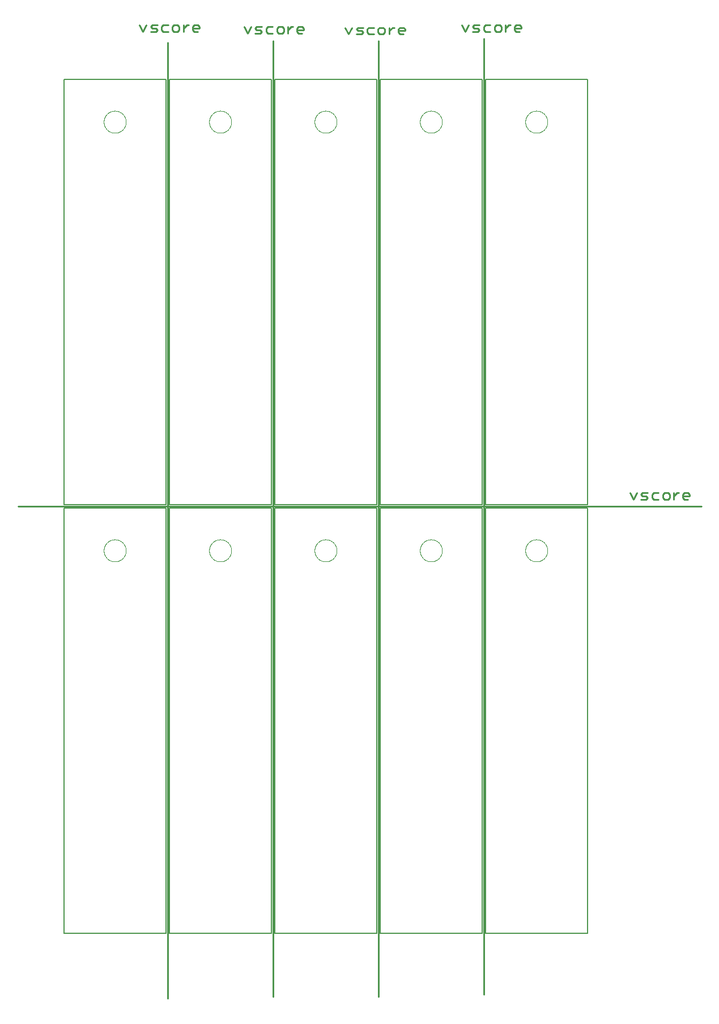
<source format=gko>
G75*
%MOIN*%
%OFA0B0*%
%FSLAX25Y25*%
%IPPOS*%
%LPD*%
%AMOC8*
5,1,8,0,0,1.08239X$1,22.5*
%
%ADD10C,0.00800*%
%ADD11C,0.01000*%
%ADD12C,0.01100*%
%ADD13C,0.00000*%
D10*
X0028500Y0040000D02*
X0028500Y0290000D01*
X0088500Y0289961D01*
X0088500Y0040000D01*
X0028500Y0040000D01*
X0090500Y0040000D02*
X0090500Y0290000D01*
X0150500Y0289961D01*
X0150500Y0040000D01*
X0090500Y0040000D01*
X0152500Y0040000D02*
X0152500Y0290000D01*
X0212500Y0289961D01*
X0212500Y0040000D01*
X0152500Y0040000D01*
X0214500Y0040000D02*
X0214500Y0290000D01*
X0274500Y0289961D01*
X0274500Y0040000D01*
X0214500Y0040000D01*
X0276500Y0040000D02*
X0276500Y0290000D01*
X0336500Y0289961D01*
X0336500Y0040000D01*
X0276500Y0040000D01*
X0276500Y0292000D02*
X0276500Y0542000D01*
X0336500Y0541961D01*
X0336500Y0292000D01*
X0276500Y0292000D01*
X0274500Y0292000D02*
X0274500Y0541961D01*
X0214500Y0542000D01*
X0214500Y0292000D01*
X0274500Y0292000D01*
X0212500Y0292000D02*
X0212500Y0541961D01*
X0152500Y0542000D01*
X0152500Y0292000D01*
X0212500Y0292000D01*
X0150500Y0292000D02*
X0150500Y0541961D01*
X0090500Y0542000D01*
X0090500Y0292000D01*
X0150500Y0292000D01*
X0088500Y0292000D02*
X0088500Y0541961D01*
X0028500Y0542000D01*
X0028500Y0292000D01*
X0088500Y0292000D01*
D11*
X0001500Y0291000D02*
X0403500Y0291000D01*
X0275500Y0566000D02*
X0275500Y0004000D01*
X0213500Y0002500D02*
X0213500Y0564500D01*
X0151500Y0564500D02*
X0151500Y0002500D01*
X0089500Y0001500D02*
X0089500Y0563500D01*
D12*
X0089878Y0570050D02*
X0086925Y0570050D01*
X0085941Y0571034D01*
X0085941Y0573003D01*
X0086925Y0573987D01*
X0089878Y0573987D01*
X0092386Y0573003D02*
X0092386Y0571034D01*
X0093371Y0570050D01*
X0095339Y0570050D01*
X0096323Y0571034D01*
X0096323Y0573003D01*
X0095339Y0573987D01*
X0093371Y0573987D01*
X0092386Y0573003D01*
X0098832Y0573987D02*
X0098832Y0570050D01*
X0098832Y0572018D02*
X0100800Y0573987D01*
X0101785Y0573987D01*
X0104203Y0573003D02*
X0105187Y0573987D01*
X0107156Y0573987D01*
X0108140Y0573003D01*
X0108140Y0572018D01*
X0104203Y0572018D01*
X0104203Y0571034D02*
X0104203Y0573003D01*
X0104203Y0571034D02*
X0105187Y0570050D01*
X0107156Y0570050D01*
X0083432Y0571034D02*
X0082448Y0570050D01*
X0079495Y0570050D01*
X0080480Y0572018D02*
X0079495Y0573003D01*
X0080480Y0573987D01*
X0083432Y0573987D01*
X0082448Y0572018D02*
X0080480Y0572018D01*
X0082448Y0572018D02*
X0083432Y0571034D01*
X0076987Y0573987D02*
X0075018Y0570050D01*
X0073050Y0573987D01*
X0134550Y0572987D02*
X0136518Y0569050D01*
X0138487Y0572987D01*
X0140995Y0572003D02*
X0141980Y0572987D01*
X0144932Y0572987D01*
X0143948Y0571018D02*
X0141980Y0571018D01*
X0140995Y0572003D01*
X0140995Y0569050D02*
X0143948Y0569050D01*
X0144932Y0570034D01*
X0143948Y0571018D01*
X0147441Y0570034D02*
X0148425Y0569050D01*
X0151378Y0569050D01*
X0153886Y0570034D02*
X0154871Y0569050D01*
X0156839Y0569050D01*
X0157823Y0570034D01*
X0157823Y0572003D01*
X0156839Y0572987D01*
X0154871Y0572987D01*
X0153886Y0572003D01*
X0153886Y0570034D01*
X0151378Y0572987D02*
X0148425Y0572987D01*
X0147441Y0572003D01*
X0147441Y0570034D01*
X0160332Y0569050D02*
X0160332Y0572987D01*
X0162300Y0572987D02*
X0160332Y0571018D01*
X0162300Y0572987D02*
X0163285Y0572987D01*
X0165703Y0572003D02*
X0166687Y0572987D01*
X0168656Y0572987D01*
X0169640Y0572003D01*
X0169640Y0571018D01*
X0165703Y0571018D01*
X0165703Y0570034D02*
X0165703Y0572003D01*
X0165703Y0570034D02*
X0166687Y0569050D01*
X0168656Y0569050D01*
X0194050Y0572487D02*
X0196018Y0568550D01*
X0197987Y0572487D01*
X0200495Y0571503D02*
X0201480Y0572487D01*
X0204432Y0572487D01*
X0203448Y0570518D02*
X0201480Y0570518D01*
X0200495Y0571503D01*
X0200495Y0568550D02*
X0203448Y0568550D01*
X0204432Y0569534D01*
X0203448Y0570518D01*
X0206941Y0569534D02*
X0207925Y0568550D01*
X0210878Y0568550D01*
X0213386Y0569534D02*
X0214371Y0568550D01*
X0216339Y0568550D01*
X0217323Y0569534D01*
X0217323Y0571503D01*
X0216339Y0572487D01*
X0214371Y0572487D01*
X0213386Y0571503D01*
X0213386Y0569534D01*
X0210878Y0572487D02*
X0207925Y0572487D01*
X0206941Y0571503D01*
X0206941Y0569534D01*
X0219832Y0568550D02*
X0219832Y0572487D01*
X0221800Y0572487D02*
X0222785Y0572487D01*
X0221800Y0572487D02*
X0219832Y0570518D01*
X0225203Y0570518D02*
X0229140Y0570518D01*
X0229140Y0571503D01*
X0228156Y0572487D01*
X0226187Y0572487D01*
X0225203Y0571503D01*
X0225203Y0569534D01*
X0226187Y0568550D01*
X0228156Y0568550D01*
X0262550Y0573987D02*
X0264518Y0570050D01*
X0266487Y0573987D01*
X0268995Y0573003D02*
X0269980Y0573987D01*
X0272932Y0573987D01*
X0271948Y0572018D02*
X0269980Y0572018D01*
X0268995Y0573003D01*
X0268995Y0570050D02*
X0271948Y0570050D01*
X0272932Y0571034D01*
X0271948Y0572018D01*
X0275441Y0571034D02*
X0276425Y0570050D01*
X0279378Y0570050D01*
X0281886Y0571034D02*
X0282871Y0570050D01*
X0284839Y0570050D01*
X0285823Y0571034D01*
X0285823Y0573003D01*
X0284839Y0573987D01*
X0282871Y0573987D01*
X0281886Y0573003D01*
X0281886Y0571034D01*
X0279378Y0573987D02*
X0276425Y0573987D01*
X0275441Y0573003D01*
X0275441Y0571034D01*
X0288332Y0570050D02*
X0288332Y0573987D01*
X0290300Y0573987D02*
X0291285Y0573987D01*
X0290300Y0573987D02*
X0288332Y0572018D01*
X0293703Y0572018D02*
X0297640Y0572018D01*
X0297640Y0573003D01*
X0296656Y0573987D01*
X0294687Y0573987D01*
X0293703Y0573003D01*
X0293703Y0571034D01*
X0294687Y0570050D01*
X0296656Y0570050D01*
X0361550Y0298987D02*
X0363518Y0295050D01*
X0365487Y0298987D01*
X0367995Y0298003D02*
X0368980Y0298987D01*
X0371932Y0298987D01*
X0370948Y0297018D02*
X0368980Y0297018D01*
X0367995Y0298003D01*
X0367995Y0295050D02*
X0370948Y0295050D01*
X0371932Y0296034D01*
X0370948Y0297018D01*
X0374441Y0296034D02*
X0375425Y0295050D01*
X0378378Y0295050D01*
X0380886Y0296034D02*
X0381871Y0295050D01*
X0383839Y0295050D01*
X0384823Y0296034D01*
X0384823Y0298003D01*
X0383839Y0298987D01*
X0381871Y0298987D01*
X0380886Y0298003D01*
X0380886Y0296034D01*
X0378378Y0298987D02*
X0375425Y0298987D01*
X0374441Y0298003D01*
X0374441Y0296034D01*
X0387332Y0295050D02*
X0387332Y0298987D01*
X0389300Y0298987D02*
X0387332Y0297018D01*
X0389300Y0298987D02*
X0390285Y0298987D01*
X0392703Y0298003D02*
X0393687Y0298987D01*
X0395656Y0298987D01*
X0396640Y0298003D01*
X0396640Y0297018D01*
X0392703Y0297018D01*
X0392703Y0296034D02*
X0392703Y0298003D01*
X0392703Y0296034D02*
X0393687Y0295050D01*
X0395656Y0295050D01*
D13*
X0300000Y0265000D02*
X0300002Y0265161D01*
X0300008Y0265321D01*
X0300018Y0265482D01*
X0300032Y0265642D01*
X0300050Y0265802D01*
X0300071Y0265961D01*
X0300097Y0266120D01*
X0300127Y0266278D01*
X0300160Y0266435D01*
X0300198Y0266592D01*
X0300239Y0266747D01*
X0300284Y0266901D01*
X0300333Y0267054D01*
X0300386Y0267206D01*
X0300442Y0267357D01*
X0300503Y0267506D01*
X0300566Y0267654D01*
X0300634Y0267800D01*
X0300705Y0267944D01*
X0300779Y0268086D01*
X0300857Y0268227D01*
X0300939Y0268365D01*
X0301024Y0268502D01*
X0301112Y0268636D01*
X0301204Y0268768D01*
X0301299Y0268898D01*
X0301397Y0269026D01*
X0301498Y0269151D01*
X0301602Y0269273D01*
X0301709Y0269393D01*
X0301819Y0269510D01*
X0301932Y0269625D01*
X0302048Y0269736D01*
X0302167Y0269845D01*
X0302288Y0269950D01*
X0302412Y0270053D01*
X0302538Y0270153D01*
X0302666Y0270249D01*
X0302797Y0270342D01*
X0302931Y0270432D01*
X0303066Y0270519D01*
X0303204Y0270602D01*
X0303343Y0270682D01*
X0303485Y0270758D01*
X0303628Y0270831D01*
X0303773Y0270900D01*
X0303920Y0270966D01*
X0304068Y0271028D01*
X0304218Y0271086D01*
X0304369Y0271141D01*
X0304522Y0271192D01*
X0304676Y0271239D01*
X0304831Y0271282D01*
X0304987Y0271321D01*
X0305143Y0271357D01*
X0305301Y0271388D01*
X0305459Y0271416D01*
X0305618Y0271440D01*
X0305778Y0271460D01*
X0305938Y0271476D01*
X0306098Y0271488D01*
X0306259Y0271496D01*
X0306420Y0271500D01*
X0306580Y0271500D01*
X0306741Y0271496D01*
X0306902Y0271488D01*
X0307062Y0271476D01*
X0307222Y0271460D01*
X0307382Y0271440D01*
X0307541Y0271416D01*
X0307699Y0271388D01*
X0307857Y0271357D01*
X0308013Y0271321D01*
X0308169Y0271282D01*
X0308324Y0271239D01*
X0308478Y0271192D01*
X0308631Y0271141D01*
X0308782Y0271086D01*
X0308932Y0271028D01*
X0309080Y0270966D01*
X0309227Y0270900D01*
X0309372Y0270831D01*
X0309515Y0270758D01*
X0309657Y0270682D01*
X0309796Y0270602D01*
X0309934Y0270519D01*
X0310069Y0270432D01*
X0310203Y0270342D01*
X0310334Y0270249D01*
X0310462Y0270153D01*
X0310588Y0270053D01*
X0310712Y0269950D01*
X0310833Y0269845D01*
X0310952Y0269736D01*
X0311068Y0269625D01*
X0311181Y0269510D01*
X0311291Y0269393D01*
X0311398Y0269273D01*
X0311502Y0269151D01*
X0311603Y0269026D01*
X0311701Y0268898D01*
X0311796Y0268768D01*
X0311888Y0268636D01*
X0311976Y0268502D01*
X0312061Y0268365D01*
X0312143Y0268227D01*
X0312221Y0268086D01*
X0312295Y0267944D01*
X0312366Y0267800D01*
X0312434Y0267654D01*
X0312497Y0267506D01*
X0312558Y0267357D01*
X0312614Y0267206D01*
X0312667Y0267054D01*
X0312716Y0266901D01*
X0312761Y0266747D01*
X0312802Y0266592D01*
X0312840Y0266435D01*
X0312873Y0266278D01*
X0312903Y0266120D01*
X0312929Y0265961D01*
X0312950Y0265802D01*
X0312968Y0265642D01*
X0312982Y0265482D01*
X0312992Y0265321D01*
X0312998Y0265161D01*
X0313000Y0265000D01*
X0312998Y0264839D01*
X0312992Y0264679D01*
X0312982Y0264518D01*
X0312968Y0264358D01*
X0312950Y0264198D01*
X0312929Y0264039D01*
X0312903Y0263880D01*
X0312873Y0263722D01*
X0312840Y0263565D01*
X0312802Y0263408D01*
X0312761Y0263253D01*
X0312716Y0263099D01*
X0312667Y0262946D01*
X0312614Y0262794D01*
X0312558Y0262643D01*
X0312497Y0262494D01*
X0312434Y0262346D01*
X0312366Y0262200D01*
X0312295Y0262056D01*
X0312221Y0261914D01*
X0312143Y0261773D01*
X0312061Y0261635D01*
X0311976Y0261498D01*
X0311888Y0261364D01*
X0311796Y0261232D01*
X0311701Y0261102D01*
X0311603Y0260974D01*
X0311502Y0260849D01*
X0311398Y0260727D01*
X0311291Y0260607D01*
X0311181Y0260490D01*
X0311068Y0260375D01*
X0310952Y0260264D01*
X0310833Y0260155D01*
X0310712Y0260050D01*
X0310588Y0259947D01*
X0310462Y0259847D01*
X0310334Y0259751D01*
X0310203Y0259658D01*
X0310069Y0259568D01*
X0309934Y0259481D01*
X0309796Y0259398D01*
X0309657Y0259318D01*
X0309515Y0259242D01*
X0309372Y0259169D01*
X0309227Y0259100D01*
X0309080Y0259034D01*
X0308932Y0258972D01*
X0308782Y0258914D01*
X0308631Y0258859D01*
X0308478Y0258808D01*
X0308324Y0258761D01*
X0308169Y0258718D01*
X0308013Y0258679D01*
X0307857Y0258643D01*
X0307699Y0258612D01*
X0307541Y0258584D01*
X0307382Y0258560D01*
X0307222Y0258540D01*
X0307062Y0258524D01*
X0306902Y0258512D01*
X0306741Y0258504D01*
X0306580Y0258500D01*
X0306420Y0258500D01*
X0306259Y0258504D01*
X0306098Y0258512D01*
X0305938Y0258524D01*
X0305778Y0258540D01*
X0305618Y0258560D01*
X0305459Y0258584D01*
X0305301Y0258612D01*
X0305143Y0258643D01*
X0304987Y0258679D01*
X0304831Y0258718D01*
X0304676Y0258761D01*
X0304522Y0258808D01*
X0304369Y0258859D01*
X0304218Y0258914D01*
X0304068Y0258972D01*
X0303920Y0259034D01*
X0303773Y0259100D01*
X0303628Y0259169D01*
X0303485Y0259242D01*
X0303343Y0259318D01*
X0303204Y0259398D01*
X0303066Y0259481D01*
X0302931Y0259568D01*
X0302797Y0259658D01*
X0302666Y0259751D01*
X0302538Y0259847D01*
X0302412Y0259947D01*
X0302288Y0260050D01*
X0302167Y0260155D01*
X0302048Y0260264D01*
X0301932Y0260375D01*
X0301819Y0260490D01*
X0301709Y0260607D01*
X0301602Y0260727D01*
X0301498Y0260849D01*
X0301397Y0260974D01*
X0301299Y0261102D01*
X0301204Y0261232D01*
X0301112Y0261364D01*
X0301024Y0261498D01*
X0300939Y0261635D01*
X0300857Y0261773D01*
X0300779Y0261914D01*
X0300705Y0262056D01*
X0300634Y0262200D01*
X0300566Y0262346D01*
X0300503Y0262494D01*
X0300442Y0262643D01*
X0300386Y0262794D01*
X0300333Y0262946D01*
X0300284Y0263099D01*
X0300239Y0263253D01*
X0300198Y0263408D01*
X0300160Y0263565D01*
X0300127Y0263722D01*
X0300097Y0263880D01*
X0300071Y0264039D01*
X0300050Y0264198D01*
X0300032Y0264358D01*
X0300018Y0264518D01*
X0300008Y0264679D01*
X0300002Y0264839D01*
X0300000Y0265000D01*
X0238000Y0265000D02*
X0238002Y0265161D01*
X0238008Y0265321D01*
X0238018Y0265482D01*
X0238032Y0265642D01*
X0238050Y0265802D01*
X0238071Y0265961D01*
X0238097Y0266120D01*
X0238127Y0266278D01*
X0238160Y0266435D01*
X0238198Y0266592D01*
X0238239Y0266747D01*
X0238284Y0266901D01*
X0238333Y0267054D01*
X0238386Y0267206D01*
X0238442Y0267357D01*
X0238503Y0267506D01*
X0238566Y0267654D01*
X0238634Y0267800D01*
X0238705Y0267944D01*
X0238779Y0268086D01*
X0238857Y0268227D01*
X0238939Y0268365D01*
X0239024Y0268502D01*
X0239112Y0268636D01*
X0239204Y0268768D01*
X0239299Y0268898D01*
X0239397Y0269026D01*
X0239498Y0269151D01*
X0239602Y0269273D01*
X0239709Y0269393D01*
X0239819Y0269510D01*
X0239932Y0269625D01*
X0240048Y0269736D01*
X0240167Y0269845D01*
X0240288Y0269950D01*
X0240412Y0270053D01*
X0240538Y0270153D01*
X0240666Y0270249D01*
X0240797Y0270342D01*
X0240931Y0270432D01*
X0241066Y0270519D01*
X0241204Y0270602D01*
X0241343Y0270682D01*
X0241485Y0270758D01*
X0241628Y0270831D01*
X0241773Y0270900D01*
X0241920Y0270966D01*
X0242068Y0271028D01*
X0242218Y0271086D01*
X0242369Y0271141D01*
X0242522Y0271192D01*
X0242676Y0271239D01*
X0242831Y0271282D01*
X0242987Y0271321D01*
X0243143Y0271357D01*
X0243301Y0271388D01*
X0243459Y0271416D01*
X0243618Y0271440D01*
X0243778Y0271460D01*
X0243938Y0271476D01*
X0244098Y0271488D01*
X0244259Y0271496D01*
X0244420Y0271500D01*
X0244580Y0271500D01*
X0244741Y0271496D01*
X0244902Y0271488D01*
X0245062Y0271476D01*
X0245222Y0271460D01*
X0245382Y0271440D01*
X0245541Y0271416D01*
X0245699Y0271388D01*
X0245857Y0271357D01*
X0246013Y0271321D01*
X0246169Y0271282D01*
X0246324Y0271239D01*
X0246478Y0271192D01*
X0246631Y0271141D01*
X0246782Y0271086D01*
X0246932Y0271028D01*
X0247080Y0270966D01*
X0247227Y0270900D01*
X0247372Y0270831D01*
X0247515Y0270758D01*
X0247657Y0270682D01*
X0247796Y0270602D01*
X0247934Y0270519D01*
X0248069Y0270432D01*
X0248203Y0270342D01*
X0248334Y0270249D01*
X0248462Y0270153D01*
X0248588Y0270053D01*
X0248712Y0269950D01*
X0248833Y0269845D01*
X0248952Y0269736D01*
X0249068Y0269625D01*
X0249181Y0269510D01*
X0249291Y0269393D01*
X0249398Y0269273D01*
X0249502Y0269151D01*
X0249603Y0269026D01*
X0249701Y0268898D01*
X0249796Y0268768D01*
X0249888Y0268636D01*
X0249976Y0268502D01*
X0250061Y0268365D01*
X0250143Y0268227D01*
X0250221Y0268086D01*
X0250295Y0267944D01*
X0250366Y0267800D01*
X0250434Y0267654D01*
X0250497Y0267506D01*
X0250558Y0267357D01*
X0250614Y0267206D01*
X0250667Y0267054D01*
X0250716Y0266901D01*
X0250761Y0266747D01*
X0250802Y0266592D01*
X0250840Y0266435D01*
X0250873Y0266278D01*
X0250903Y0266120D01*
X0250929Y0265961D01*
X0250950Y0265802D01*
X0250968Y0265642D01*
X0250982Y0265482D01*
X0250992Y0265321D01*
X0250998Y0265161D01*
X0251000Y0265000D01*
X0250998Y0264839D01*
X0250992Y0264679D01*
X0250982Y0264518D01*
X0250968Y0264358D01*
X0250950Y0264198D01*
X0250929Y0264039D01*
X0250903Y0263880D01*
X0250873Y0263722D01*
X0250840Y0263565D01*
X0250802Y0263408D01*
X0250761Y0263253D01*
X0250716Y0263099D01*
X0250667Y0262946D01*
X0250614Y0262794D01*
X0250558Y0262643D01*
X0250497Y0262494D01*
X0250434Y0262346D01*
X0250366Y0262200D01*
X0250295Y0262056D01*
X0250221Y0261914D01*
X0250143Y0261773D01*
X0250061Y0261635D01*
X0249976Y0261498D01*
X0249888Y0261364D01*
X0249796Y0261232D01*
X0249701Y0261102D01*
X0249603Y0260974D01*
X0249502Y0260849D01*
X0249398Y0260727D01*
X0249291Y0260607D01*
X0249181Y0260490D01*
X0249068Y0260375D01*
X0248952Y0260264D01*
X0248833Y0260155D01*
X0248712Y0260050D01*
X0248588Y0259947D01*
X0248462Y0259847D01*
X0248334Y0259751D01*
X0248203Y0259658D01*
X0248069Y0259568D01*
X0247934Y0259481D01*
X0247796Y0259398D01*
X0247657Y0259318D01*
X0247515Y0259242D01*
X0247372Y0259169D01*
X0247227Y0259100D01*
X0247080Y0259034D01*
X0246932Y0258972D01*
X0246782Y0258914D01*
X0246631Y0258859D01*
X0246478Y0258808D01*
X0246324Y0258761D01*
X0246169Y0258718D01*
X0246013Y0258679D01*
X0245857Y0258643D01*
X0245699Y0258612D01*
X0245541Y0258584D01*
X0245382Y0258560D01*
X0245222Y0258540D01*
X0245062Y0258524D01*
X0244902Y0258512D01*
X0244741Y0258504D01*
X0244580Y0258500D01*
X0244420Y0258500D01*
X0244259Y0258504D01*
X0244098Y0258512D01*
X0243938Y0258524D01*
X0243778Y0258540D01*
X0243618Y0258560D01*
X0243459Y0258584D01*
X0243301Y0258612D01*
X0243143Y0258643D01*
X0242987Y0258679D01*
X0242831Y0258718D01*
X0242676Y0258761D01*
X0242522Y0258808D01*
X0242369Y0258859D01*
X0242218Y0258914D01*
X0242068Y0258972D01*
X0241920Y0259034D01*
X0241773Y0259100D01*
X0241628Y0259169D01*
X0241485Y0259242D01*
X0241343Y0259318D01*
X0241204Y0259398D01*
X0241066Y0259481D01*
X0240931Y0259568D01*
X0240797Y0259658D01*
X0240666Y0259751D01*
X0240538Y0259847D01*
X0240412Y0259947D01*
X0240288Y0260050D01*
X0240167Y0260155D01*
X0240048Y0260264D01*
X0239932Y0260375D01*
X0239819Y0260490D01*
X0239709Y0260607D01*
X0239602Y0260727D01*
X0239498Y0260849D01*
X0239397Y0260974D01*
X0239299Y0261102D01*
X0239204Y0261232D01*
X0239112Y0261364D01*
X0239024Y0261498D01*
X0238939Y0261635D01*
X0238857Y0261773D01*
X0238779Y0261914D01*
X0238705Y0262056D01*
X0238634Y0262200D01*
X0238566Y0262346D01*
X0238503Y0262494D01*
X0238442Y0262643D01*
X0238386Y0262794D01*
X0238333Y0262946D01*
X0238284Y0263099D01*
X0238239Y0263253D01*
X0238198Y0263408D01*
X0238160Y0263565D01*
X0238127Y0263722D01*
X0238097Y0263880D01*
X0238071Y0264039D01*
X0238050Y0264198D01*
X0238032Y0264358D01*
X0238018Y0264518D01*
X0238008Y0264679D01*
X0238002Y0264839D01*
X0238000Y0265000D01*
X0176000Y0265000D02*
X0176002Y0265161D01*
X0176008Y0265321D01*
X0176018Y0265482D01*
X0176032Y0265642D01*
X0176050Y0265802D01*
X0176071Y0265961D01*
X0176097Y0266120D01*
X0176127Y0266278D01*
X0176160Y0266435D01*
X0176198Y0266592D01*
X0176239Y0266747D01*
X0176284Y0266901D01*
X0176333Y0267054D01*
X0176386Y0267206D01*
X0176442Y0267357D01*
X0176503Y0267506D01*
X0176566Y0267654D01*
X0176634Y0267800D01*
X0176705Y0267944D01*
X0176779Y0268086D01*
X0176857Y0268227D01*
X0176939Y0268365D01*
X0177024Y0268502D01*
X0177112Y0268636D01*
X0177204Y0268768D01*
X0177299Y0268898D01*
X0177397Y0269026D01*
X0177498Y0269151D01*
X0177602Y0269273D01*
X0177709Y0269393D01*
X0177819Y0269510D01*
X0177932Y0269625D01*
X0178048Y0269736D01*
X0178167Y0269845D01*
X0178288Y0269950D01*
X0178412Y0270053D01*
X0178538Y0270153D01*
X0178666Y0270249D01*
X0178797Y0270342D01*
X0178931Y0270432D01*
X0179066Y0270519D01*
X0179204Y0270602D01*
X0179343Y0270682D01*
X0179485Y0270758D01*
X0179628Y0270831D01*
X0179773Y0270900D01*
X0179920Y0270966D01*
X0180068Y0271028D01*
X0180218Y0271086D01*
X0180369Y0271141D01*
X0180522Y0271192D01*
X0180676Y0271239D01*
X0180831Y0271282D01*
X0180987Y0271321D01*
X0181143Y0271357D01*
X0181301Y0271388D01*
X0181459Y0271416D01*
X0181618Y0271440D01*
X0181778Y0271460D01*
X0181938Y0271476D01*
X0182098Y0271488D01*
X0182259Y0271496D01*
X0182420Y0271500D01*
X0182580Y0271500D01*
X0182741Y0271496D01*
X0182902Y0271488D01*
X0183062Y0271476D01*
X0183222Y0271460D01*
X0183382Y0271440D01*
X0183541Y0271416D01*
X0183699Y0271388D01*
X0183857Y0271357D01*
X0184013Y0271321D01*
X0184169Y0271282D01*
X0184324Y0271239D01*
X0184478Y0271192D01*
X0184631Y0271141D01*
X0184782Y0271086D01*
X0184932Y0271028D01*
X0185080Y0270966D01*
X0185227Y0270900D01*
X0185372Y0270831D01*
X0185515Y0270758D01*
X0185657Y0270682D01*
X0185796Y0270602D01*
X0185934Y0270519D01*
X0186069Y0270432D01*
X0186203Y0270342D01*
X0186334Y0270249D01*
X0186462Y0270153D01*
X0186588Y0270053D01*
X0186712Y0269950D01*
X0186833Y0269845D01*
X0186952Y0269736D01*
X0187068Y0269625D01*
X0187181Y0269510D01*
X0187291Y0269393D01*
X0187398Y0269273D01*
X0187502Y0269151D01*
X0187603Y0269026D01*
X0187701Y0268898D01*
X0187796Y0268768D01*
X0187888Y0268636D01*
X0187976Y0268502D01*
X0188061Y0268365D01*
X0188143Y0268227D01*
X0188221Y0268086D01*
X0188295Y0267944D01*
X0188366Y0267800D01*
X0188434Y0267654D01*
X0188497Y0267506D01*
X0188558Y0267357D01*
X0188614Y0267206D01*
X0188667Y0267054D01*
X0188716Y0266901D01*
X0188761Y0266747D01*
X0188802Y0266592D01*
X0188840Y0266435D01*
X0188873Y0266278D01*
X0188903Y0266120D01*
X0188929Y0265961D01*
X0188950Y0265802D01*
X0188968Y0265642D01*
X0188982Y0265482D01*
X0188992Y0265321D01*
X0188998Y0265161D01*
X0189000Y0265000D01*
X0188998Y0264839D01*
X0188992Y0264679D01*
X0188982Y0264518D01*
X0188968Y0264358D01*
X0188950Y0264198D01*
X0188929Y0264039D01*
X0188903Y0263880D01*
X0188873Y0263722D01*
X0188840Y0263565D01*
X0188802Y0263408D01*
X0188761Y0263253D01*
X0188716Y0263099D01*
X0188667Y0262946D01*
X0188614Y0262794D01*
X0188558Y0262643D01*
X0188497Y0262494D01*
X0188434Y0262346D01*
X0188366Y0262200D01*
X0188295Y0262056D01*
X0188221Y0261914D01*
X0188143Y0261773D01*
X0188061Y0261635D01*
X0187976Y0261498D01*
X0187888Y0261364D01*
X0187796Y0261232D01*
X0187701Y0261102D01*
X0187603Y0260974D01*
X0187502Y0260849D01*
X0187398Y0260727D01*
X0187291Y0260607D01*
X0187181Y0260490D01*
X0187068Y0260375D01*
X0186952Y0260264D01*
X0186833Y0260155D01*
X0186712Y0260050D01*
X0186588Y0259947D01*
X0186462Y0259847D01*
X0186334Y0259751D01*
X0186203Y0259658D01*
X0186069Y0259568D01*
X0185934Y0259481D01*
X0185796Y0259398D01*
X0185657Y0259318D01*
X0185515Y0259242D01*
X0185372Y0259169D01*
X0185227Y0259100D01*
X0185080Y0259034D01*
X0184932Y0258972D01*
X0184782Y0258914D01*
X0184631Y0258859D01*
X0184478Y0258808D01*
X0184324Y0258761D01*
X0184169Y0258718D01*
X0184013Y0258679D01*
X0183857Y0258643D01*
X0183699Y0258612D01*
X0183541Y0258584D01*
X0183382Y0258560D01*
X0183222Y0258540D01*
X0183062Y0258524D01*
X0182902Y0258512D01*
X0182741Y0258504D01*
X0182580Y0258500D01*
X0182420Y0258500D01*
X0182259Y0258504D01*
X0182098Y0258512D01*
X0181938Y0258524D01*
X0181778Y0258540D01*
X0181618Y0258560D01*
X0181459Y0258584D01*
X0181301Y0258612D01*
X0181143Y0258643D01*
X0180987Y0258679D01*
X0180831Y0258718D01*
X0180676Y0258761D01*
X0180522Y0258808D01*
X0180369Y0258859D01*
X0180218Y0258914D01*
X0180068Y0258972D01*
X0179920Y0259034D01*
X0179773Y0259100D01*
X0179628Y0259169D01*
X0179485Y0259242D01*
X0179343Y0259318D01*
X0179204Y0259398D01*
X0179066Y0259481D01*
X0178931Y0259568D01*
X0178797Y0259658D01*
X0178666Y0259751D01*
X0178538Y0259847D01*
X0178412Y0259947D01*
X0178288Y0260050D01*
X0178167Y0260155D01*
X0178048Y0260264D01*
X0177932Y0260375D01*
X0177819Y0260490D01*
X0177709Y0260607D01*
X0177602Y0260727D01*
X0177498Y0260849D01*
X0177397Y0260974D01*
X0177299Y0261102D01*
X0177204Y0261232D01*
X0177112Y0261364D01*
X0177024Y0261498D01*
X0176939Y0261635D01*
X0176857Y0261773D01*
X0176779Y0261914D01*
X0176705Y0262056D01*
X0176634Y0262200D01*
X0176566Y0262346D01*
X0176503Y0262494D01*
X0176442Y0262643D01*
X0176386Y0262794D01*
X0176333Y0262946D01*
X0176284Y0263099D01*
X0176239Y0263253D01*
X0176198Y0263408D01*
X0176160Y0263565D01*
X0176127Y0263722D01*
X0176097Y0263880D01*
X0176071Y0264039D01*
X0176050Y0264198D01*
X0176032Y0264358D01*
X0176018Y0264518D01*
X0176008Y0264679D01*
X0176002Y0264839D01*
X0176000Y0265000D01*
X0114000Y0265000D02*
X0114002Y0265161D01*
X0114008Y0265321D01*
X0114018Y0265482D01*
X0114032Y0265642D01*
X0114050Y0265802D01*
X0114071Y0265961D01*
X0114097Y0266120D01*
X0114127Y0266278D01*
X0114160Y0266435D01*
X0114198Y0266592D01*
X0114239Y0266747D01*
X0114284Y0266901D01*
X0114333Y0267054D01*
X0114386Y0267206D01*
X0114442Y0267357D01*
X0114503Y0267506D01*
X0114566Y0267654D01*
X0114634Y0267800D01*
X0114705Y0267944D01*
X0114779Y0268086D01*
X0114857Y0268227D01*
X0114939Y0268365D01*
X0115024Y0268502D01*
X0115112Y0268636D01*
X0115204Y0268768D01*
X0115299Y0268898D01*
X0115397Y0269026D01*
X0115498Y0269151D01*
X0115602Y0269273D01*
X0115709Y0269393D01*
X0115819Y0269510D01*
X0115932Y0269625D01*
X0116048Y0269736D01*
X0116167Y0269845D01*
X0116288Y0269950D01*
X0116412Y0270053D01*
X0116538Y0270153D01*
X0116666Y0270249D01*
X0116797Y0270342D01*
X0116931Y0270432D01*
X0117066Y0270519D01*
X0117204Y0270602D01*
X0117343Y0270682D01*
X0117485Y0270758D01*
X0117628Y0270831D01*
X0117773Y0270900D01*
X0117920Y0270966D01*
X0118068Y0271028D01*
X0118218Y0271086D01*
X0118369Y0271141D01*
X0118522Y0271192D01*
X0118676Y0271239D01*
X0118831Y0271282D01*
X0118987Y0271321D01*
X0119143Y0271357D01*
X0119301Y0271388D01*
X0119459Y0271416D01*
X0119618Y0271440D01*
X0119778Y0271460D01*
X0119938Y0271476D01*
X0120098Y0271488D01*
X0120259Y0271496D01*
X0120420Y0271500D01*
X0120580Y0271500D01*
X0120741Y0271496D01*
X0120902Y0271488D01*
X0121062Y0271476D01*
X0121222Y0271460D01*
X0121382Y0271440D01*
X0121541Y0271416D01*
X0121699Y0271388D01*
X0121857Y0271357D01*
X0122013Y0271321D01*
X0122169Y0271282D01*
X0122324Y0271239D01*
X0122478Y0271192D01*
X0122631Y0271141D01*
X0122782Y0271086D01*
X0122932Y0271028D01*
X0123080Y0270966D01*
X0123227Y0270900D01*
X0123372Y0270831D01*
X0123515Y0270758D01*
X0123657Y0270682D01*
X0123796Y0270602D01*
X0123934Y0270519D01*
X0124069Y0270432D01*
X0124203Y0270342D01*
X0124334Y0270249D01*
X0124462Y0270153D01*
X0124588Y0270053D01*
X0124712Y0269950D01*
X0124833Y0269845D01*
X0124952Y0269736D01*
X0125068Y0269625D01*
X0125181Y0269510D01*
X0125291Y0269393D01*
X0125398Y0269273D01*
X0125502Y0269151D01*
X0125603Y0269026D01*
X0125701Y0268898D01*
X0125796Y0268768D01*
X0125888Y0268636D01*
X0125976Y0268502D01*
X0126061Y0268365D01*
X0126143Y0268227D01*
X0126221Y0268086D01*
X0126295Y0267944D01*
X0126366Y0267800D01*
X0126434Y0267654D01*
X0126497Y0267506D01*
X0126558Y0267357D01*
X0126614Y0267206D01*
X0126667Y0267054D01*
X0126716Y0266901D01*
X0126761Y0266747D01*
X0126802Y0266592D01*
X0126840Y0266435D01*
X0126873Y0266278D01*
X0126903Y0266120D01*
X0126929Y0265961D01*
X0126950Y0265802D01*
X0126968Y0265642D01*
X0126982Y0265482D01*
X0126992Y0265321D01*
X0126998Y0265161D01*
X0127000Y0265000D01*
X0126998Y0264839D01*
X0126992Y0264679D01*
X0126982Y0264518D01*
X0126968Y0264358D01*
X0126950Y0264198D01*
X0126929Y0264039D01*
X0126903Y0263880D01*
X0126873Y0263722D01*
X0126840Y0263565D01*
X0126802Y0263408D01*
X0126761Y0263253D01*
X0126716Y0263099D01*
X0126667Y0262946D01*
X0126614Y0262794D01*
X0126558Y0262643D01*
X0126497Y0262494D01*
X0126434Y0262346D01*
X0126366Y0262200D01*
X0126295Y0262056D01*
X0126221Y0261914D01*
X0126143Y0261773D01*
X0126061Y0261635D01*
X0125976Y0261498D01*
X0125888Y0261364D01*
X0125796Y0261232D01*
X0125701Y0261102D01*
X0125603Y0260974D01*
X0125502Y0260849D01*
X0125398Y0260727D01*
X0125291Y0260607D01*
X0125181Y0260490D01*
X0125068Y0260375D01*
X0124952Y0260264D01*
X0124833Y0260155D01*
X0124712Y0260050D01*
X0124588Y0259947D01*
X0124462Y0259847D01*
X0124334Y0259751D01*
X0124203Y0259658D01*
X0124069Y0259568D01*
X0123934Y0259481D01*
X0123796Y0259398D01*
X0123657Y0259318D01*
X0123515Y0259242D01*
X0123372Y0259169D01*
X0123227Y0259100D01*
X0123080Y0259034D01*
X0122932Y0258972D01*
X0122782Y0258914D01*
X0122631Y0258859D01*
X0122478Y0258808D01*
X0122324Y0258761D01*
X0122169Y0258718D01*
X0122013Y0258679D01*
X0121857Y0258643D01*
X0121699Y0258612D01*
X0121541Y0258584D01*
X0121382Y0258560D01*
X0121222Y0258540D01*
X0121062Y0258524D01*
X0120902Y0258512D01*
X0120741Y0258504D01*
X0120580Y0258500D01*
X0120420Y0258500D01*
X0120259Y0258504D01*
X0120098Y0258512D01*
X0119938Y0258524D01*
X0119778Y0258540D01*
X0119618Y0258560D01*
X0119459Y0258584D01*
X0119301Y0258612D01*
X0119143Y0258643D01*
X0118987Y0258679D01*
X0118831Y0258718D01*
X0118676Y0258761D01*
X0118522Y0258808D01*
X0118369Y0258859D01*
X0118218Y0258914D01*
X0118068Y0258972D01*
X0117920Y0259034D01*
X0117773Y0259100D01*
X0117628Y0259169D01*
X0117485Y0259242D01*
X0117343Y0259318D01*
X0117204Y0259398D01*
X0117066Y0259481D01*
X0116931Y0259568D01*
X0116797Y0259658D01*
X0116666Y0259751D01*
X0116538Y0259847D01*
X0116412Y0259947D01*
X0116288Y0260050D01*
X0116167Y0260155D01*
X0116048Y0260264D01*
X0115932Y0260375D01*
X0115819Y0260490D01*
X0115709Y0260607D01*
X0115602Y0260727D01*
X0115498Y0260849D01*
X0115397Y0260974D01*
X0115299Y0261102D01*
X0115204Y0261232D01*
X0115112Y0261364D01*
X0115024Y0261498D01*
X0114939Y0261635D01*
X0114857Y0261773D01*
X0114779Y0261914D01*
X0114705Y0262056D01*
X0114634Y0262200D01*
X0114566Y0262346D01*
X0114503Y0262494D01*
X0114442Y0262643D01*
X0114386Y0262794D01*
X0114333Y0262946D01*
X0114284Y0263099D01*
X0114239Y0263253D01*
X0114198Y0263408D01*
X0114160Y0263565D01*
X0114127Y0263722D01*
X0114097Y0263880D01*
X0114071Y0264039D01*
X0114050Y0264198D01*
X0114032Y0264358D01*
X0114018Y0264518D01*
X0114008Y0264679D01*
X0114002Y0264839D01*
X0114000Y0265000D01*
X0052000Y0265000D02*
X0052002Y0265161D01*
X0052008Y0265321D01*
X0052018Y0265482D01*
X0052032Y0265642D01*
X0052050Y0265802D01*
X0052071Y0265961D01*
X0052097Y0266120D01*
X0052127Y0266278D01*
X0052160Y0266435D01*
X0052198Y0266592D01*
X0052239Y0266747D01*
X0052284Y0266901D01*
X0052333Y0267054D01*
X0052386Y0267206D01*
X0052442Y0267357D01*
X0052503Y0267506D01*
X0052566Y0267654D01*
X0052634Y0267800D01*
X0052705Y0267944D01*
X0052779Y0268086D01*
X0052857Y0268227D01*
X0052939Y0268365D01*
X0053024Y0268502D01*
X0053112Y0268636D01*
X0053204Y0268768D01*
X0053299Y0268898D01*
X0053397Y0269026D01*
X0053498Y0269151D01*
X0053602Y0269273D01*
X0053709Y0269393D01*
X0053819Y0269510D01*
X0053932Y0269625D01*
X0054048Y0269736D01*
X0054167Y0269845D01*
X0054288Y0269950D01*
X0054412Y0270053D01*
X0054538Y0270153D01*
X0054666Y0270249D01*
X0054797Y0270342D01*
X0054931Y0270432D01*
X0055066Y0270519D01*
X0055204Y0270602D01*
X0055343Y0270682D01*
X0055485Y0270758D01*
X0055628Y0270831D01*
X0055773Y0270900D01*
X0055920Y0270966D01*
X0056068Y0271028D01*
X0056218Y0271086D01*
X0056369Y0271141D01*
X0056522Y0271192D01*
X0056676Y0271239D01*
X0056831Y0271282D01*
X0056987Y0271321D01*
X0057143Y0271357D01*
X0057301Y0271388D01*
X0057459Y0271416D01*
X0057618Y0271440D01*
X0057778Y0271460D01*
X0057938Y0271476D01*
X0058098Y0271488D01*
X0058259Y0271496D01*
X0058420Y0271500D01*
X0058580Y0271500D01*
X0058741Y0271496D01*
X0058902Y0271488D01*
X0059062Y0271476D01*
X0059222Y0271460D01*
X0059382Y0271440D01*
X0059541Y0271416D01*
X0059699Y0271388D01*
X0059857Y0271357D01*
X0060013Y0271321D01*
X0060169Y0271282D01*
X0060324Y0271239D01*
X0060478Y0271192D01*
X0060631Y0271141D01*
X0060782Y0271086D01*
X0060932Y0271028D01*
X0061080Y0270966D01*
X0061227Y0270900D01*
X0061372Y0270831D01*
X0061515Y0270758D01*
X0061657Y0270682D01*
X0061796Y0270602D01*
X0061934Y0270519D01*
X0062069Y0270432D01*
X0062203Y0270342D01*
X0062334Y0270249D01*
X0062462Y0270153D01*
X0062588Y0270053D01*
X0062712Y0269950D01*
X0062833Y0269845D01*
X0062952Y0269736D01*
X0063068Y0269625D01*
X0063181Y0269510D01*
X0063291Y0269393D01*
X0063398Y0269273D01*
X0063502Y0269151D01*
X0063603Y0269026D01*
X0063701Y0268898D01*
X0063796Y0268768D01*
X0063888Y0268636D01*
X0063976Y0268502D01*
X0064061Y0268365D01*
X0064143Y0268227D01*
X0064221Y0268086D01*
X0064295Y0267944D01*
X0064366Y0267800D01*
X0064434Y0267654D01*
X0064497Y0267506D01*
X0064558Y0267357D01*
X0064614Y0267206D01*
X0064667Y0267054D01*
X0064716Y0266901D01*
X0064761Y0266747D01*
X0064802Y0266592D01*
X0064840Y0266435D01*
X0064873Y0266278D01*
X0064903Y0266120D01*
X0064929Y0265961D01*
X0064950Y0265802D01*
X0064968Y0265642D01*
X0064982Y0265482D01*
X0064992Y0265321D01*
X0064998Y0265161D01*
X0065000Y0265000D01*
X0064998Y0264839D01*
X0064992Y0264679D01*
X0064982Y0264518D01*
X0064968Y0264358D01*
X0064950Y0264198D01*
X0064929Y0264039D01*
X0064903Y0263880D01*
X0064873Y0263722D01*
X0064840Y0263565D01*
X0064802Y0263408D01*
X0064761Y0263253D01*
X0064716Y0263099D01*
X0064667Y0262946D01*
X0064614Y0262794D01*
X0064558Y0262643D01*
X0064497Y0262494D01*
X0064434Y0262346D01*
X0064366Y0262200D01*
X0064295Y0262056D01*
X0064221Y0261914D01*
X0064143Y0261773D01*
X0064061Y0261635D01*
X0063976Y0261498D01*
X0063888Y0261364D01*
X0063796Y0261232D01*
X0063701Y0261102D01*
X0063603Y0260974D01*
X0063502Y0260849D01*
X0063398Y0260727D01*
X0063291Y0260607D01*
X0063181Y0260490D01*
X0063068Y0260375D01*
X0062952Y0260264D01*
X0062833Y0260155D01*
X0062712Y0260050D01*
X0062588Y0259947D01*
X0062462Y0259847D01*
X0062334Y0259751D01*
X0062203Y0259658D01*
X0062069Y0259568D01*
X0061934Y0259481D01*
X0061796Y0259398D01*
X0061657Y0259318D01*
X0061515Y0259242D01*
X0061372Y0259169D01*
X0061227Y0259100D01*
X0061080Y0259034D01*
X0060932Y0258972D01*
X0060782Y0258914D01*
X0060631Y0258859D01*
X0060478Y0258808D01*
X0060324Y0258761D01*
X0060169Y0258718D01*
X0060013Y0258679D01*
X0059857Y0258643D01*
X0059699Y0258612D01*
X0059541Y0258584D01*
X0059382Y0258560D01*
X0059222Y0258540D01*
X0059062Y0258524D01*
X0058902Y0258512D01*
X0058741Y0258504D01*
X0058580Y0258500D01*
X0058420Y0258500D01*
X0058259Y0258504D01*
X0058098Y0258512D01*
X0057938Y0258524D01*
X0057778Y0258540D01*
X0057618Y0258560D01*
X0057459Y0258584D01*
X0057301Y0258612D01*
X0057143Y0258643D01*
X0056987Y0258679D01*
X0056831Y0258718D01*
X0056676Y0258761D01*
X0056522Y0258808D01*
X0056369Y0258859D01*
X0056218Y0258914D01*
X0056068Y0258972D01*
X0055920Y0259034D01*
X0055773Y0259100D01*
X0055628Y0259169D01*
X0055485Y0259242D01*
X0055343Y0259318D01*
X0055204Y0259398D01*
X0055066Y0259481D01*
X0054931Y0259568D01*
X0054797Y0259658D01*
X0054666Y0259751D01*
X0054538Y0259847D01*
X0054412Y0259947D01*
X0054288Y0260050D01*
X0054167Y0260155D01*
X0054048Y0260264D01*
X0053932Y0260375D01*
X0053819Y0260490D01*
X0053709Y0260607D01*
X0053602Y0260727D01*
X0053498Y0260849D01*
X0053397Y0260974D01*
X0053299Y0261102D01*
X0053204Y0261232D01*
X0053112Y0261364D01*
X0053024Y0261498D01*
X0052939Y0261635D01*
X0052857Y0261773D01*
X0052779Y0261914D01*
X0052705Y0262056D01*
X0052634Y0262200D01*
X0052566Y0262346D01*
X0052503Y0262494D01*
X0052442Y0262643D01*
X0052386Y0262794D01*
X0052333Y0262946D01*
X0052284Y0263099D01*
X0052239Y0263253D01*
X0052198Y0263408D01*
X0052160Y0263565D01*
X0052127Y0263722D01*
X0052097Y0263880D01*
X0052071Y0264039D01*
X0052050Y0264198D01*
X0052032Y0264358D01*
X0052018Y0264518D01*
X0052008Y0264679D01*
X0052002Y0264839D01*
X0052000Y0265000D01*
X0052000Y0517000D02*
X0052002Y0517161D01*
X0052008Y0517321D01*
X0052018Y0517482D01*
X0052032Y0517642D01*
X0052050Y0517802D01*
X0052071Y0517961D01*
X0052097Y0518120D01*
X0052127Y0518278D01*
X0052160Y0518435D01*
X0052198Y0518592D01*
X0052239Y0518747D01*
X0052284Y0518901D01*
X0052333Y0519054D01*
X0052386Y0519206D01*
X0052442Y0519357D01*
X0052503Y0519506D01*
X0052566Y0519654D01*
X0052634Y0519800D01*
X0052705Y0519944D01*
X0052779Y0520086D01*
X0052857Y0520227D01*
X0052939Y0520365D01*
X0053024Y0520502D01*
X0053112Y0520636D01*
X0053204Y0520768D01*
X0053299Y0520898D01*
X0053397Y0521026D01*
X0053498Y0521151D01*
X0053602Y0521273D01*
X0053709Y0521393D01*
X0053819Y0521510D01*
X0053932Y0521625D01*
X0054048Y0521736D01*
X0054167Y0521845D01*
X0054288Y0521950D01*
X0054412Y0522053D01*
X0054538Y0522153D01*
X0054666Y0522249D01*
X0054797Y0522342D01*
X0054931Y0522432D01*
X0055066Y0522519D01*
X0055204Y0522602D01*
X0055343Y0522682D01*
X0055485Y0522758D01*
X0055628Y0522831D01*
X0055773Y0522900D01*
X0055920Y0522966D01*
X0056068Y0523028D01*
X0056218Y0523086D01*
X0056369Y0523141D01*
X0056522Y0523192D01*
X0056676Y0523239D01*
X0056831Y0523282D01*
X0056987Y0523321D01*
X0057143Y0523357D01*
X0057301Y0523388D01*
X0057459Y0523416D01*
X0057618Y0523440D01*
X0057778Y0523460D01*
X0057938Y0523476D01*
X0058098Y0523488D01*
X0058259Y0523496D01*
X0058420Y0523500D01*
X0058580Y0523500D01*
X0058741Y0523496D01*
X0058902Y0523488D01*
X0059062Y0523476D01*
X0059222Y0523460D01*
X0059382Y0523440D01*
X0059541Y0523416D01*
X0059699Y0523388D01*
X0059857Y0523357D01*
X0060013Y0523321D01*
X0060169Y0523282D01*
X0060324Y0523239D01*
X0060478Y0523192D01*
X0060631Y0523141D01*
X0060782Y0523086D01*
X0060932Y0523028D01*
X0061080Y0522966D01*
X0061227Y0522900D01*
X0061372Y0522831D01*
X0061515Y0522758D01*
X0061657Y0522682D01*
X0061796Y0522602D01*
X0061934Y0522519D01*
X0062069Y0522432D01*
X0062203Y0522342D01*
X0062334Y0522249D01*
X0062462Y0522153D01*
X0062588Y0522053D01*
X0062712Y0521950D01*
X0062833Y0521845D01*
X0062952Y0521736D01*
X0063068Y0521625D01*
X0063181Y0521510D01*
X0063291Y0521393D01*
X0063398Y0521273D01*
X0063502Y0521151D01*
X0063603Y0521026D01*
X0063701Y0520898D01*
X0063796Y0520768D01*
X0063888Y0520636D01*
X0063976Y0520502D01*
X0064061Y0520365D01*
X0064143Y0520227D01*
X0064221Y0520086D01*
X0064295Y0519944D01*
X0064366Y0519800D01*
X0064434Y0519654D01*
X0064497Y0519506D01*
X0064558Y0519357D01*
X0064614Y0519206D01*
X0064667Y0519054D01*
X0064716Y0518901D01*
X0064761Y0518747D01*
X0064802Y0518592D01*
X0064840Y0518435D01*
X0064873Y0518278D01*
X0064903Y0518120D01*
X0064929Y0517961D01*
X0064950Y0517802D01*
X0064968Y0517642D01*
X0064982Y0517482D01*
X0064992Y0517321D01*
X0064998Y0517161D01*
X0065000Y0517000D01*
X0064998Y0516839D01*
X0064992Y0516679D01*
X0064982Y0516518D01*
X0064968Y0516358D01*
X0064950Y0516198D01*
X0064929Y0516039D01*
X0064903Y0515880D01*
X0064873Y0515722D01*
X0064840Y0515565D01*
X0064802Y0515408D01*
X0064761Y0515253D01*
X0064716Y0515099D01*
X0064667Y0514946D01*
X0064614Y0514794D01*
X0064558Y0514643D01*
X0064497Y0514494D01*
X0064434Y0514346D01*
X0064366Y0514200D01*
X0064295Y0514056D01*
X0064221Y0513914D01*
X0064143Y0513773D01*
X0064061Y0513635D01*
X0063976Y0513498D01*
X0063888Y0513364D01*
X0063796Y0513232D01*
X0063701Y0513102D01*
X0063603Y0512974D01*
X0063502Y0512849D01*
X0063398Y0512727D01*
X0063291Y0512607D01*
X0063181Y0512490D01*
X0063068Y0512375D01*
X0062952Y0512264D01*
X0062833Y0512155D01*
X0062712Y0512050D01*
X0062588Y0511947D01*
X0062462Y0511847D01*
X0062334Y0511751D01*
X0062203Y0511658D01*
X0062069Y0511568D01*
X0061934Y0511481D01*
X0061796Y0511398D01*
X0061657Y0511318D01*
X0061515Y0511242D01*
X0061372Y0511169D01*
X0061227Y0511100D01*
X0061080Y0511034D01*
X0060932Y0510972D01*
X0060782Y0510914D01*
X0060631Y0510859D01*
X0060478Y0510808D01*
X0060324Y0510761D01*
X0060169Y0510718D01*
X0060013Y0510679D01*
X0059857Y0510643D01*
X0059699Y0510612D01*
X0059541Y0510584D01*
X0059382Y0510560D01*
X0059222Y0510540D01*
X0059062Y0510524D01*
X0058902Y0510512D01*
X0058741Y0510504D01*
X0058580Y0510500D01*
X0058420Y0510500D01*
X0058259Y0510504D01*
X0058098Y0510512D01*
X0057938Y0510524D01*
X0057778Y0510540D01*
X0057618Y0510560D01*
X0057459Y0510584D01*
X0057301Y0510612D01*
X0057143Y0510643D01*
X0056987Y0510679D01*
X0056831Y0510718D01*
X0056676Y0510761D01*
X0056522Y0510808D01*
X0056369Y0510859D01*
X0056218Y0510914D01*
X0056068Y0510972D01*
X0055920Y0511034D01*
X0055773Y0511100D01*
X0055628Y0511169D01*
X0055485Y0511242D01*
X0055343Y0511318D01*
X0055204Y0511398D01*
X0055066Y0511481D01*
X0054931Y0511568D01*
X0054797Y0511658D01*
X0054666Y0511751D01*
X0054538Y0511847D01*
X0054412Y0511947D01*
X0054288Y0512050D01*
X0054167Y0512155D01*
X0054048Y0512264D01*
X0053932Y0512375D01*
X0053819Y0512490D01*
X0053709Y0512607D01*
X0053602Y0512727D01*
X0053498Y0512849D01*
X0053397Y0512974D01*
X0053299Y0513102D01*
X0053204Y0513232D01*
X0053112Y0513364D01*
X0053024Y0513498D01*
X0052939Y0513635D01*
X0052857Y0513773D01*
X0052779Y0513914D01*
X0052705Y0514056D01*
X0052634Y0514200D01*
X0052566Y0514346D01*
X0052503Y0514494D01*
X0052442Y0514643D01*
X0052386Y0514794D01*
X0052333Y0514946D01*
X0052284Y0515099D01*
X0052239Y0515253D01*
X0052198Y0515408D01*
X0052160Y0515565D01*
X0052127Y0515722D01*
X0052097Y0515880D01*
X0052071Y0516039D01*
X0052050Y0516198D01*
X0052032Y0516358D01*
X0052018Y0516518D01*
X0052008Y0516679D01*
X0052002Y0516839D01*
X0052000Y0517000D01*
X0114000Y0517000D02*
X0114002Y0517161D01*
X0114008Y0517321D01*
X0114018Y0517482D01*
X0114032Y0517642D01*
X0114050Y0517802D01*
X0114071Y0517961D01*
X0114097Y0518120D01*
X0114127Y0518278D01*
X0114160Y0518435D01*
X0114198Y0518592D01*
X0114239Y0518747D01*
X0114284Y0518901D01*
X0114333Y0519054D01*
X0114386Y0519206D01*
X0114442Y0519357D01*
X0114503Y0519506D01*
X0114566Y0519654D01*
X0114634Y0519800D01*
X0114705Y0519944D01*
X0114779Y0520086D01*
X0114857Y0520227D01*
X0114939Y0520365D01*
X0115024Y0520502D01*
X0115112Y0520636D01*
X0115204Y0520768D01*
X0115299Y0520898D01*
X0115397Y0521026D01*
X0115498Y0521151D01*
X0115602Y0521273D01*
X0115709Y0521393D01*
X0115819Y0521510D01*
X0115932Y0521625D01*
X0116048Y0521736D01*
X0116167Y0521845D01*
X0116288Y0521950D01*
X0116412Y0522053D01*
X0116538Y0522153D01*
X0116666Y0522249D01*
X0116797Y0522342D01*
X0116931Y0522432D01*
X0117066Y0522519D01*
X0117204Y0522602D01*
X0117343Y0522682D01*
X0117485Y0522758D01*
X0117628Y0522831D01*
X0117773Y0522900D01*
X0117920Y0522966D01*
X0118068Y0523028D01*
X0118218Y0523086D01*
X0118369Y0523141D01*
X0118522Y0523192D01*
X0118676Y0523239D01*
X0118831Y0523282D01*
X0118987Y0523321D01*
X0119143Y0523357D01*
X0119301Y0523388D01*
X0119459Y0523416D01*
X0119618Y0523440D01*
X0119778Y0523460D01*
X0119938Y0523476D01*
X0120098Y0523488D01*
X0120259Y0523496D01*
X0120420Y0523500D01*
X0120580Y0523500D01*
X0120741Y0523496D01*
X0120902Y0523488D01*
X0121062Y0523476D01*
X0121222Y0523460D01*
X0121382Y0523440D01*
X0121541Y0523416D01*
X0121699Y0523388D01*
X0121857Y0523357D01*
X0122013Y0523321D01*
X0122169Y0523282D01*
X0122324Y0523239D01*
X0122478Y0523192D01*
X0122631Y0523141D01*
X0122782Y0523086D01*
X0122932Y0523028D01*
X0123080Y0522966D01*
X0123227Y0522900D01*
X0123372Y0522831D01*
X0123515Y0522758D01*
X0123657Y0522682D01*
X0123796Y0522602D01*
X0123934Y0522519D01*
X0124069Y0522432D01*
X0124203Y0522342D01*
X0124334Y0522249D01*
X0124462Y0522153D01*
X0124588Y0522053D01*
X0124712Y0521950D01*
X0124833Y0521845D01*
X0124952Y0521736D01*
X0125068Y0521625D01*
X0125181Y0521510D01*
X0125291Y0521393D01*
X0125398Y0521273D01*
X0125502Y0521151D01*
X0125603Y0521026D01*
X0125701Y0520898D01*
X0125796Y0520768D01*
X0125888Y0520636D01*
X0125976Y0520502D01*
X0126061Y0520365D01*
X0126143Y0520227D01*
X0126221Y0520086D01*
X0126295Y0519944D01*
X0126366Y0519800D01*
X0126434Y0519654D01*
X0126497Y0519506D01*
X0126558Y0519357D01*
X0126614Y0519206D01*
X0126667Y0519054D01*
X0126716Y0518901D01*
X0126761Y0518747D01*
X0126802Y0518592D01*
X0126840Y0518435D01*
X0126873Y0518278D01*
X0126903Y0518120D01*
X0126929Y0517961D01*
X0126950Y0517802D01*
X0126968Y0517642D01*
X0126982Y0517482D01*
X0126992Y0517321D01*
X0126998Y0517161D01*
X0127000Y0517000D01*
X0126998Y0516839D01*
X0126992Y0516679D01*
X0126982Y0516518D01*
X0126968Y0516358D01*
X0126950Y0516198D01*
X0126929Y0516039D01*
X0126903Y0515880D01*
X0126873Y0515722D01*
X0126840Y0515565D01*
X0126802Y0515408D01*
X0126761Y0515253D01*
X0126716Y0515099D01*
X0126667Y0514946D01*
X0126614Y0514794D01*
X0126558Y0514643D01*
X0126497Y0514494D01*
X0126434Y0514346D01*
X0126366Y0514200D01*
X0126295Y0514056D01*
X0126221Y0513914D01*
X0126143Y0513773D01*
X0126061Y0513635D01*
X0125976Y0513498D01*
X0125888Y0513364D01*
X0125796Y0513232D01*
X0125701Y0513102D01*
X0125603Y0512974D01*
X0125502Y0512849D01*
X0125398Y0512727D01*
X0125291Y0512607D01*
X0125181Y0512490D01*
X0125068Y0512375D01*
X0124952Y0512264D01*
X0124833Y0512155D01*
X0124712Y0512050D01*
X0124588Y0511947D01*
X0124462Y0511847D01*
X0124334Y0511751D01*
X0124203Y0511658D01*
X0124069Y0511568D01*
X0123934Y0511481D01*
X0123796Y0511398D01*
X0123657Y0511318D01*
X0123515Y0511242D01*
X0123372Y0511169D01*
X0123227Y0511100D01*
X0123080Y0511034D01*
X0122932Y0510972D01*
X0122782Y0510914D01*
X0122631Y0510859D01*
X0122478Y0510808D01*
X0122324Y0510761D01*
X0122169Y0510718D01*
X0122013Y0510679D01*
X0121857Y0510643D01*
X0121699Y0510612D01*
X0121541Y0510584D01*
X0121382Y0510560D01*
X0121222Y0510540D01*
X0121062Y0510524D01*
X0120902Y0510512D01*
X0120741Y0510504D01*
X0120580Y0510500D01*
X0120420Y0510500D01*
X0120259Y0510504D01*
X0120098Y0510512D01*
X0119938Y0510524D01*
X0119778Y0510540D01*
X0119618Y0510560D01*
X0119459Y0510584D01*
X0119301Y0510612D01*
X0119143Y0510643D01*
X0118987Y0510679D01*
X0118831Y0510718D01*
X0118676Y0510761D01*
X0118522Y0510808D01*
X0118369Y0510859D01*
X0118218Y0510914D01*
X0118068Y0510972D01*
X0117920Y0511034D01*
X0117773Y0511100D01*
X0117628Y0511169D01*
X0117485Y0511242D01*
X0117343Y0511318D01*
X0117204Y0511398D01*
X0117066Y0511481D01*
X0116931Y0511568D01*
X0116797Y0511658D01*
X0116666Y0511751D01*
X0116538Y0511847D01*
X0116412Y0511947D01*
X0116288Y0512050D01*
X0116167Y0512155D01*
X0116048Y0512264D01*
X0115932Y0512375D01*
X0115819Y0512490D01*
X0115709Y0512607D01*
X0115602Y0512727D01*
X0115498Y0512849D01*
X0115397Y0512974D01*
X0115299Y0513102D01*
X0115204Y0513232D01*
X0115112Y0513364D01*
X0115024Y0513498D01*
X0114939Y0513635D01*
X0114857Y0513773D01*
X0114779Y0513914D01*
X0114705Y0514056D01*
X0114634Y0514200D01*
X0114566Y0514346D01*
X0114503Y0514494D01*
X0114442Y0514643D01*
X0114386Y0514794D01*
X0114333Y0514946D01*
X0114284Y0515099D01*
X0114239Y0515253D01*
X0114198Y0515408D01*
X0114160Y0515565D01*
X0114127Y0515722D01*
X0114097Y0515880D01*
X0114071Y0516039D01*
X0114050Y0516198D01*
X0114032Y0516358D01*
X0114018Y0516518D01*
X0114008Y0516679D01*
X0114002Y0516839D01*
X0114000Y0517000D01*
X0176000Y0517000D02*
X0176002Y0517161D01*
X0176008Y0517321D01*
X0176018Y0517482D01*
X0176032Y0517642D01*
X0176050Y0517802D01*
X0176071Y0517961D01*
X0176097Y0518120D01*
X0176127Y0518278D01*
X0176160Y0518435D01*
X0176198Y0518592D01*
X0176239Y0518747D01*
X0176284Y0518901D01*
X0176333Y0519054D01*
X0176386Y0519206D01*
X0176442Y0519357D01*
X0176503Y0519506D01*
X0176566Y0519654D01*
X0176634Y0519800D01*
X0176705Y0519944D01*
X0176779Y0520086D01*
X0176857Y0520227D01*
X0176939Y0520365D01*
X0177024Y0520502D01*
X0177112Y0520636D01*
X0177204Y0520768D01*
X0177299Y0520898D01*
X0177397Y0521026D01*
X0177498Y0521151D01*
X0177602Y0521273D01*
X0177709Y0521393D01*
X0177819Y0521510D01*
X0177932Y0521625D01*
X0178048Y0521736D01*
X0178167Y0521845D01*
X0178288Y0521950D01*
X0178412Y0522053D01*
X0178538Y0522153D01*
X0178666Y0522249D01*
X0178797Y0522342D01*
X0178931Y0522432D01*
X0179066Y0522519D01*
X0179204Y0522602D01*
X0179343Y0522682D01*
X0179485Y0522758D01*
X0179628Y0522831D01*
X0179773Y0522900D01*
X0179920Y0522966D01*
X0180068Y0523028D01*
X0180218Y0523086D01*
X0180369Y0523141D01*
X0180522Y0523192D01*
X0180676Y0523239D01*
X0180831Y0523282D01*
X0180987Y0523321D01*
X0181143Y0523357D01*
X0181301Y0523388D01*
X0181459Y0523416D01*
X0181618Y0523440D01*
X0181778Y0523460D01*
X0181938Y0523476D01*
X0182098Y0523488D01*
X0182259Y0523496D01*
X0182420Y0523500D01*
X0182580Y0523500D01*
X0182741Y0523496D01*
X0182902Y0523488D01*
X0183062Y0523476D01*
X0183222Y0523460D01*
X0183382Y0523440D01*
X0183541Y0523416D01*
X0183699Y0523388D01*
X0183857Y0523357D01*
X0184013Y0523321D01*
X0184169Y0523282D01*
X0184324Y0523239D01*
X0184478Y0523192D01*
X0184631Y0523141D01*
X0184782Y0523086D01*
X0184932Y0523028D01*
X0185080Y0522966D01*
X0185227Y0522900D01*
X0185372Y0522831D01*
X0185515Y0522758D01*
X0185657Y0522682D01*
X0185796Y0522602D01*
X0185934Y0522519D01*
X0186069Y0522432D01*
X0186203Y0522342D01*
X0186334Y0522249D01*
X0186462Y0522153D01*
X0186588Y0522053D01*
X0186712Y0521950D01*
X0186833Y0521845D01*
X0186952Y0521736D01*
X0187068Y0521625D01*
X0187181Y0521510D01*
X0187291Y0521393D01*
X0187398Y0521273D01*
X0187502Y0521151D01*
X0187603Y0521026D01*
X0187701Y0520898D01*
X0187796Y0520768D01*
X0187888Y0520636D01*
X0187976Y0520502D01*
X0188061Y0520365D01*
X0188143Y0520227D01*
X0188221Y0520086D01*
X0188295Y0519944D01*
X0188366Y0519800D01*
X0188434Y0519654D01*
X0188497Y0519506D01*
X0188558Y0519357D01*
X0188614Y0519206D01*
X0188667Y0519054D01*
X0188716Y0518901D01*
X0188761Y0518747D01*
X0188802Y0518592D01*
X0188840Y0518435D01*
X0188873Y0518278D01*
X0188903Y0518120D01*
X0188929Y0517961D01*
X0188950Y0517802D01*
X0188968Y0517642D01*
X0188982Y0517482D01*
X0188992Y0517321D01*
X0188998Y0517161D01*
X0189000Y0517000D01*
X0188998Y0516839D01*
X0188992Y0516679D01*
X0188982Y0516518D01*
X0188968Y0516358D01*
X0188950Y0516198D01*
X0188929Y0516039D01*
X0188903Y0515880D01*
X0188873Y0515722D01*
X0188840Y0515565D01*
X0188802Y0515408D01*
X0188761Y0515253D01*
X0188716Y0515099D01*
X0188667Y0514946D01*
X0188614Y0514794D01*
X0188558Y0514643D01*
X0188497Y0514494D01*
X0188434Y0514346D01*
X0188366Y0514200D01*
X0188295Y0514056D01*
X0188221Y0513914D01*
X0188143Y0513773D01*
X0188061Y0513635D01*
X0187976Y0513498D01*
X0187888Y0513364D01*
X0187796Y0513232D01*
X0187701Y0513102D01*
X0187603Y0512974D01*
X0187502Y0512849D01*
X0187398Y0512727D01*
X0187291Y0512607D01*
X0187181Y0512490D01*
X0187068Y0512375D01*
X0186952Y0512264D01*
X0186833Y0512155D01*
X0186712Y0512050D01*
X0186588Y0511947D01*
X0186462Y0511847D01*
X0186334Y0511751D01*
X0186203Y0511658D01*
X0186069Y0511568D01*
X0185934Y0511481D01*
X0185796Y0511398D01*
X0185657Y0511318D01*
X0185515Y0511242D01*
X0185372Y0511169D01*
X0185227Y0511100D01*
X0185080Y0511034D01*
X0184932Y0510972D01*
X0184782Y0510914D01*
X0184631Y0510859D01*
X0184478Y0510808D01*
X0184324Y0510761D01*
X0184169Y0510718D01*
X0184013Y0510679D01*
X0183857Y0510643D01*
X0183699Y0510612D01*
X0183541Y0510584D01*
X0183382Y0510560D01*
X0183222Y0510540D01*
X0183062Y0510524D01*
X0182902Y0510512D01*
X0182741Y0510504D01*
X0182580Y0510500D01*
X0182420Y0510500D01*
X0182259Y0510504D01*
X0182098Y0510512D01*
X0181938Y0510524D01*
X0181778Y0510540D01*
X0181618Y0510560D01*
X0181459Y0510584D01*
X0181301Y0510612D01*
X0181143Y0510643D01*
X0180987Y0510679D01*
X0180831Y0510718D01*
X0180676Y0510761D01*
X0180522Y0510808D01*
X0180369Y0510859D01*
X0180218Y0510914D01*
X0180068Y0510972D01*
X0179920Y0511034D01*
X0179773Y0511100D01*
X0179628Y0511169D01*
X0179485Y0511242D01*
X0179343Y0511318D01*
X0179204Y0511398D01*
X0179066Y0511481D01*
X0178931Y0511568D01*
X0178797Y0511658D01*
X0178666Y0511751D01*
X0178538Y0511847D01*
X0178412Y0511947D01*
X0178288Y0512050D01*
X0178167Y0512155D01*
X0178048Y0512264D01*
X0177932Y0512375D01*
X0177819Y0512490D01*
X0177709Y0512607D01*
X0177602Y0512727D01*
X0177498Y0512849D01*
X0177397Y0512974D01*
X0177299Y0513102D01*
X0177204Y0513232D01*
X0177112Y0513364D01*
X0177024Y0513498D01*
X0176939Y0513635D01*
X0176857Y0513773D01*
X0176779Y0513914D01*
X0176705Y0514056D01*
X0176634Y0514200D01*
X0176566Y0514346D01*
X0176503Y0514494D01*
X0176442Y0514643D01*
X0176386Y0514794D01*
X0176333Y0514946D01*
X0176284Y0515099D01*
X0176239Y0515253D01*
X0176198Y0515408D01*
X0176160Y0515565D01*
X0176127Y0515722D01*
X0176097Y0515880D01*
X0176071Y0516039D01*
X0176050Y0516198D01*
X0176032Y0516358D01*
X0176018Y0516518D01*
X0176008Y0516679D01*
X0176002Y0516839D01*
X0176000Y0517000D01*
X0238000Y0517000D02*
X0238002Y0517161D01*
X0238008Y0517321D01*
X0238018Y0517482D01*
X0238032Y0517642D01*
X0238050Y0517802D01*
X0238071Y0517961D01*
X0238097Y0518120D01*
X0238127Y0518278D01*
X0238160Y0518435D01*
X0238198Y0518592D01*
X0238239Y0518747D01*
X0238284Y0518901D01*
X0238333Y0519054D01*
X0238386Y0519206D01*
X0238442Y0519357D01*
X0238503Y0519506D01*
X0238566Y0519654D01*
X0238634Y0519800D01*
X0238705Y0519944D01*
X0238779Y0520086D01*
X0238857Y0520227D01*
X0238939Y0520365D01*
X0239024Y0520502D01*
X0239112Y0520636D01*
X0239204Y0520768D01*
X0239299Y0520898D01*
X0239397Y0521026D01*
X0239498Y0521151D01*
X0239602Y0521273D01*
X0239709Y0521393D01*
X0239819Y0521510D01*
X0239932Y0521625D01*
X0240048Y0521736D01*
X0240167Y0521845D01*
X0240288Y0521950D01*
X0240412Y0522053D01*
X0240538Y0522153D01*
X0240666Y0522249D01*
X0240797Y0522342D01*
X0240931Y0522432D01*
X0241066Y0522519D01*
X0241204Y0522602D01*
X0241343Y0522682D01*
X0241485Y0522758D01*
X0241628Y0522831D01*
X0241773Y0522900D01*
X0241920Y0522966D01*
X0242068Y0523028D01*
X0242218Y0523086D01*
X0242369Y0523141D01*
X0242522Y0523192D01*
X0242676Y0523239D01*
X0242831Y0523282D01*
X0242987Y0523321D01*
X0243143Y0523357D01*
X0243301Y0523388D01*
X0243459Y0523416D01*
X0243618Y0523440D01*
X0243778Y0523460D01*
X0243938Y0523476D01*
X0244098Y0523488D01*
X0244259Y0523496D01*
X0244420Y0523500D01*
X0244580Y0523500D01*
X0244741Y0523496D01*
X0244902Y0523488D01*
X0245062Y0523476D01*
X0245222Y0523460D01*
X0245382Y0523440D01*
X0245541Y0523416D01*
X0245699Y0523388D01*
X0245857Y0523357D01*
X0246013Y0523321D01*
X0246169Y0523282D01*
X0246324Y0523239D01*
X0246478Y0523192D01*
X0246631Y0523141D01*
X0246782Y0523086D01*
X0246932Y0523028D01*
X0247080Y0522966D01*
X0247227Y0522900D01*
X0247372Y0522831D01*
X0247515Y0522758D01*
X0247657Y0522682D01*
X0247796Y0522602D01*
X0247934Y0522519D01*
X0248069Y0522432D01*
X0248203Y0522342D01*
X0248334Y0522249D01*
X0248462Y0522153D01*
X0248588Y0522053D01*
X0248712Y0521950D01*
X0248833Y0521845D01*
X0248952Y0521736D01*
X0249068Y0521625D01*
X0249181Y0521510D01*
X0249291Y0521393D01*
X0249398Y0521273D01*
X0249502Y0521151D01*
X0249603Y0521026D01*
X0249701Y0520898D01*
X0249796Y0520768D01*
X0249888Y0520636D01*
X0249976Y0520502D01*
X0250061Y0520365D01*
X0250143Y0520227D01*
X0250221Y0520086D01*
X0250295Y0519944D01*
X0250366Y0519800D01*
X0250434Y0519654D01*
X0250497Y0519506D01*
X0250558Y0519357D01*
X0250614Y0519206D01*
X0250667Y0519054D01*
X0250716Y0518901D01*
X0250761Y0518747D01*
X0250802Y0518592D01*
X0250840Y0518435D01*
X0250873Y0518278D01*
X0250903Y0518120D01*
X0250929Y0517961D01*
X0250950Y0517802D01*
X0250968Y0517642D01*
X0250982Y0517482D01*
X0250992Y0517321D01*
X0250998Y0517161D01*
X0251000Y0517000D01*
X0250998Y0516839D01*
X0250992Y0516679D01*
X0250982Y0516518D01*
X0250968Y0516358D01*
X0250950Y0516198D01*
X0250929Y0516039D01*
X0250903Y0515880D01*
X0250873Y0515722D01*
X0250840Y0515565D01*
X0250802Y0515408D01*
X0250761Y0515253D01*
X0250716Y0515099D01*
X0250667Y0514946D01*
X0250614Y0514794D01*
X0250558Y0514643D01*
X0250497Y0514494D01*
X0250434Y0514346D01*
X0250366Y0514200D01*
X0250295Y0514056D01*
X0250221Y0513914D01*
X0250143Y0513773D01*
X0250061Y0513635D01*
X0249976Y0513498D01*
X0249888Y0513364D01*
X0249796Y0513232D01*
X0249701Y0513102D01*
X0249603Y0512974D01*
X0249502Y0512849D01*
X0249398Y0512727D01*
X0249291Y0512607D01*
X0249181Y0512490D01*
X0249068Y0512375D01*
X0248952Y0512264D01*
X0248833Y0512155D01*
X0248712Y0512050D01*
X0248588Y0511947D01*
X0248462Y0511847D01*
X0248334Y0511751D01*
X0248203Y0511658D01*
X0248069Y0511568D01*
X0247934Y0511481D01*
X0247796Y0511398D01*
X0247657Y0511318D01*
X0247515Y0511242D01*
X0247372Y0511169D01*
X0247227Y0511100D01*
X0247080Y0511034D01*
X0246932Y0510972D01*
X0246782Y0510914D01*
X0246631Y0510859D01*
X0246478Y0510808D01*
X0246324Y0510761D01*
X0246169Y0510718D01*
X0246013Y0510679D01*
X0245857Y0510643D01*
X0245699Y0510612D01*
X0245541Y0510584D01*
X0245382Y0510560D01*
X0245222Y0510540D01*
X0245062Y0510524D01*
X0244902Y0510512D01*
X0244741Y0510504D01*
X0244580Y0510500D01*
X0244420Y0510500D01*
X0244259Y0510504D01*
X0244098Y0510512D01*
X0243938Y0510524D01*
X0243778Y0510540D01*
X0243618Y0510560D01*
X0243459Y0510584D01*
X0243301Y0510612D01*
X0243143Y0510643D01*
X0242987Y0510679D01*
X0242831Y0510718D01*
X0242676Y0510761D01*
X0242522Y0510808D01*
X0242369Y0510859D01*
X0242218Y0510914D01*
X0242068Y0510972D01*
X0241920Y0511034D01*
X0241773Y0511100D01*
X0241628Y0511169D01*
X0241485Y0511242D01*
X0241343Y0511318D01*
X0241204Y0511398D01*
X0241066Y0511481D01*
X0240931Y0511568D01*
X0240797Y0511658D01*
X0240666Y0511751D01*
X0240538Y0511847D01*
X0240412Y0511947D01*
X0240288Y0512050D01*
X0240167Y0512155D01*
X0240048Y0512264D01*
X0239932Y0512375D01*
X0239819Y0512490D01*
X0239709Y0512607D01*
X0239602Y0512727D01*
X0239498Y0512849D01*
X0239397Y0512974D01*
X0239299Y0513102D01*
X0239204Y0513232D01*
X0239112Y0513364D01*
X0239024Y0513498D01*
X0238939Y0513635D01*
X0238857Y0513773D01*
X0238779Y0513914D01*
X0238705Y0514056D01*
X0238634Y0514200D01*
X0238566Y0514346D01*
X0238503Y0514494D01*
X0238442Y0514643D01*
X0238386Y0514794D01*
X0238333Y0514946D01*
X0238284Y0515099D01*
X0238239Y0515253D01*
X0238198Y0515408D01*
X0238160Y0515565D01*
X0238127Y0515722D01*
X0238097Y0515880D01*
X0238071Y0516039D01*
X0238050Y0516198D01*
X0238032Y0516358D01*
X0238018Y0516518D01*
X0238008Y0516679D01*
X0238002Y0516839D01*
X0238000Y0517000D01*
X0300000Y0517000D02*
X0300002Y0517161D01*
X0300008Y0517321D01*
X0300018Y0517482D01*
X0300032Y0517642D01*
X0300050Y0517802D01*
X0300071Y0517961D01*
X0300097Y0518120D01*
X0300127Y0518278D01*
X0300160Y0518435D01*
X0300198Y0518592D01*
X0300239Y0518747D01*
X0300284Y0518901D01*
X0300333Y0519054D01*
X0300386Y0519206D01*
X0300442Y0519357D01*
X0300503Y0519506D01*
X0300566Y0519654D01*
X0300634Y0519800D01*
X0300705Y0519944D01*
X0300779Y0520086D01*
X0300857Y0520227D01*
X0300939Y0520365D01*
X0301024Y0520502D01*
X0301112Y0520636D01*
X0301204Y0520768D01*
X0301299Y0520898D01*
X0301397Y0521026D01*
X0301498Y0521151D01*
X0301602Y0521273D01*
X0301709Y0521393D01*
X0301819Y0521510D01*
X0301932Y0521625D01*
X0302048Y0521736D01*
X0302167Y0521845D01*
X0302288Y0521950D01*
X0302412Y0522053D01*
X0302538Y0522153D01*
X0302666Y0522249D01*
X0302797Y0522342D01*
X0302931Y0522432D01*
X0303066Y0522519D01*
X0303204Y0522602D01*
X0303343Y0522682D01*
X0303485Y0522758D01*
X0303628Y0522831D01*
X0303773Y0522900D01*
X0303920Y0522966D01*
X0304068Y0523028D01*
X0304218Y0523086D01*
X0304369Y0523141D01*
X0304522Y0523192D01*
X0304676Y0523239D01*
X0304831Y0523282D01*
X0304987Y0523321D01*
X0305143Y0523357D01*
X0305301Y0523388D01*
X0305459Y0523416D01*
X0305618Y0523440D01*
X0305778Y0523460D01*
X0305938Y0523476D01*
X0306098Y0523488D01*
X0306259Y0523496D01*
X0306420Y0523500D01*
X0306580Y0523500D01*
X0306741Y0523496D01*
X0306902Y0523488D01*
X0307062Y0523476D01*
X0307222Y0523460D01*
X0307382Y0523440D01*
X0307541Y0523416D01*
X0307699Y0523388D01*
X0307857Y0523357D01*
X0308013Y0523321D01*
X0308169Y0523282D01*
X0308324Y0523239D01*
X0308478Y0523192D01*
X0308631Y0523141D01*
X0308782Y0523086D01*
X0308932Y0523028D01*
X0309080Y0522966D01*
X0309227Y0522900D01*
X0309372Y0522831D01*
X0309515Y0522758D01*
X0309657Y0522682D01*
X0309796Y0522602D01*
X0309934Y0522519D01*
X0310069Y0522432D01*
X0310203Y0522342D01*
X0310334Y0522249D01*
X0310462Y0522153D01*
X0310588Y0522053D01*
X0310712Y0521950D01*
X0310833Y0521845D01*
X0310952Y0521736D01*
X0311068Y0521625D01*
X0311181Y0521510D01*
X0311291Y0521393D01*
X0311398Y0521273D01*
X0311502Y0521151D01*
X0311603Y0521026D01*
X0311701Y0520898D01*
X0311796Y0520768D01*
X0311888Y0520636D01*
X0311976Y0520502D01*
X0312061Y0520365D01*
X0312143Y0520227D01*
X0312221Y0520086D01*
X0312295Y0519944D01*
X0312366Y0519800D01*
X0312434Y0519654D01*
X0312497Y0519506D01*
X0312558Y0519357D01*
X0312614Y0519206D01*
X0312667Y0519054D01*
X0312716Y0518901D01*
X0312761Y0518747D01*
X0312802Y0518592D01*
X0312840Y0518435D01*
X0312873Y0518278D01*
X0312903Y0518120D01*
X0312929Y0517961D01*
X0312950Y0517802D01*
X0312968Y0517642D01*
X0312982Y0517482D01*
X0312992Y0517321D01*
X0312998Y0517161D01*
X0313000Y0517000D01*
X0312998Y0516839D01*
X0312992Y0516679D01*
X0312982Y0516518D01*
X0312968Y0516358D01*
X0312950Y0516198D01*
X0312929Y0516039D01*
X0312903Y0515880D01*
X0312873Y0515722D01*
X0312840Y0515565D01*
X0312802Y0515408D01*
X0312761Y0515253D01*
X0312716Y0515099D01*
X0312667Y0514946D01*
X0312614Y0514794D01*
X0312558Y0514643D01*
X0312497Y0514494D01*
X0312434Y0514346D01*
X0312366Y0514200D01*
X0312295Y0514056D01*
X0312221Y0513914D01*
X0312143Y0513773D01*
X0312061Y0513635D01*
X0311976Y0513498D01*
X0311888Y0513364D01*
X0311796Y0513232D01*
X0311701Y0513102D01*
X0311603Y0512974D01*
X0311502Y0512849D01*
X0311398Y0512727D01*
X0311291Y0512607D01*
X0311181Y0512490D01*
X0311068Y0512375D01*
X0310952Y0512264D01*
X0310833Y0512155D01*
X0310712Y0512050D01*
X0310588Y0511947D01*
X0310462Y0511847D01*
X0310334Y0511751D01*
X0310203Y0511658D01*
X0310069Y0511568D01*
X0309934Y0511481D01*
X0309796Y0511398D01*
X0309657Y0511318D01*
X0309515Y0511242D01*
X0309372Y0511169D01*
X0309227Y0511100D01*
X0309080Y0511034D01*
X0308932Y0510972D01*
X0308782Y0510914D01*
X0308631Y0510859D01*
X0308478Y0510808D01*
X0308324Y0510761D01*
X0308169Y0510718D01*
X0308013Y0510679D01*
X0307857Y0510643D01*
X0307699Y0510612D01*
X0307541Y0510584D01*
X0307382Y0510560D01*
X0307222Y0510540D01*
X0307062Y0510524D01*
X0306902Y0510512D01*
X0306741Y0510504D01*
X0306580Y0510500D01*
X0306420Y0510500D01*
X0306259Y0510504D01*
X0306098Y0510512D01*
X0305938Y0510524D01*
X0305778Y0510540D01*
X0305618Y0510560D01*
X0305459Y0510584D01*
X0305301Y0510612D01*
X0305143Y0510643D01*
X0304987Y0510679D01*
X0304831Y0510718D01*
X0304676Y0510761D01*
X0304522Y0510808D01*
X0304369Y0510859D01*
X0304218Y0510914D01*
X0304068Y0510972D01*
X0303920Y0511034D01*
X0303773Y0511100D01*
X0303628Y0511169D01*
X0303485Y0511242D01*
X0303343Y0511318D01*
X0303204Y0511398D01*
X0303066Y0511481D01*
X0302931Y0511568D01*
X0302797Y0511658D01*
X0302666Y0511751D01*
X0302538Y0511847D01*
X0302412Y0511947D01*
X0302288Y0512050D01*
X0302167Y0512155D01*
X0302048Y0512264D01*
X0301932Y0512375D01*
X0301819Y0512490D01*
X0301709Y0512607D01*
X0301602Y0512727D01*
X0301498Y0512849D01*
X0301397Y0512974D01*
X0301299Y0513102D01*
X0301204Y0513232D01*
X0301112Y0513364D01*
X0301024Y0513498D01*
X0300939Y0513635D01*
X0300857Y0513773D01*
X0300779Y0513914D01*
X0300705Y0514056D01*
X0300634Y0514200D01*
X0300566Y0514346D01*
X0300503Y0514494D01*
X0300442Y0514643D01*
X0300386Y0514794D01*
X0300333Y0514946D01*
X0300284Y0515099D01*
X0300239Y0515253D01*
X0300198Y0515408D01*
X0300160Y0515565D01*
X0300127Y0515722D01*
X0300097Y0515880D01*
X0300071Y0516039D01*
X0300050Y0516198D01*
X0300032Y0516358D01*
X0300018Y0516518D01*
X0300008Y0516679D01*
X0300002Y0516839D01*
X0300000Y0517000D01*
M02*

</source>
